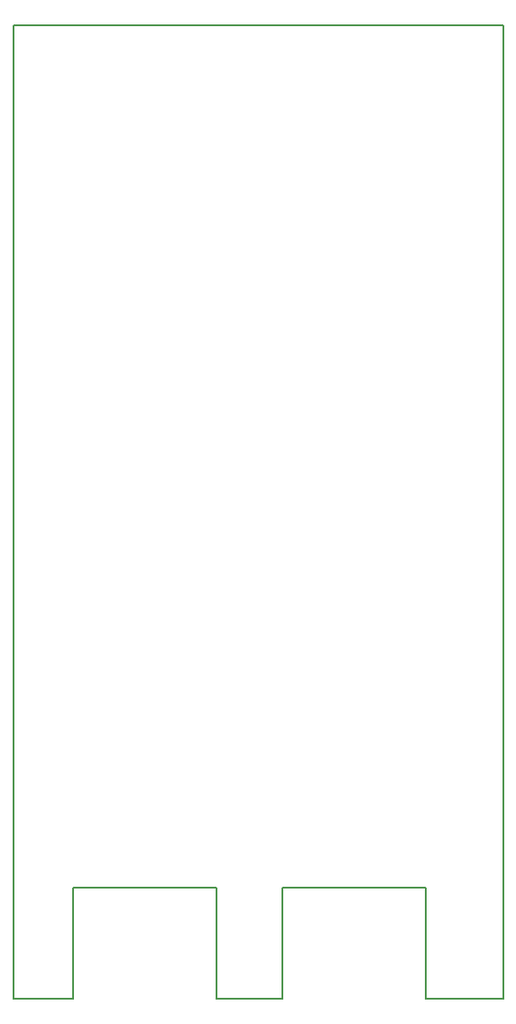
<source format=gko>
G04 #@! TF.FileFunction,Profile,NP*
%FSLAX46Y46*%
G04 Gerber Fmt 4.6, Leading zero omitted, Abs format (unit mm)*
G04 Created by KiCad (PCBNEW 4.0.4-stable) date 06/11/17 19:28:35*
%MOMM*%
%LPD*%
G01*
G04 APERTURE LIST*
%ADD10C,0.100000*%
%ADD11C,0.150000*%
G04 APERTURE END LIST*
D10*
D11*
X-25400Y127000D02*
X5600700Y127000D01*
X-25400Y91401900D02*
X-25400Y127000D01*
X45999400Y91401900D02*
X-25400Y91401900D01*
X45999400Y139700D02*
X45999400Y91401900D01*
X42125900Y139700D02*
X45999400Y139700D01*
X38735000Y139700D02*
X42125900Y139700D01*
X38735000Y10566400D02*
X38735000Y139700D01*
X25285700Y10566400D02*
X38735000Y10566400D01*
X25285700Y10553700D02*
X25285700Y10566400D01*
X25285700Y139700D02*
X25285700Y10553700D01*
X19050000Y139700D02*
X25285700Y139700D01*
X19050000Y10566400D02*
X19050000Y139700D01*
X5600700Y10566400D02*
X19050000Y10566400D01*
X5600700Y127000D02*
X5600700Y10566400D01*
M02*

</source>
